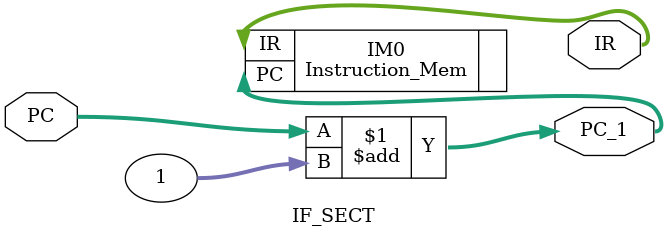
<source format=v>
`timescale 1ns / 1ps


module IF_SECT( input [31:0] PC,
                output [31:0] PC_1, IR
                );
                
assign PC_1 = PC + 1;

Instruction_Mem IM0(.PC(PC_1), .IR(IR)); // Program counter (output/input) / Program memory (output reg/output)

endmodule

</source>
